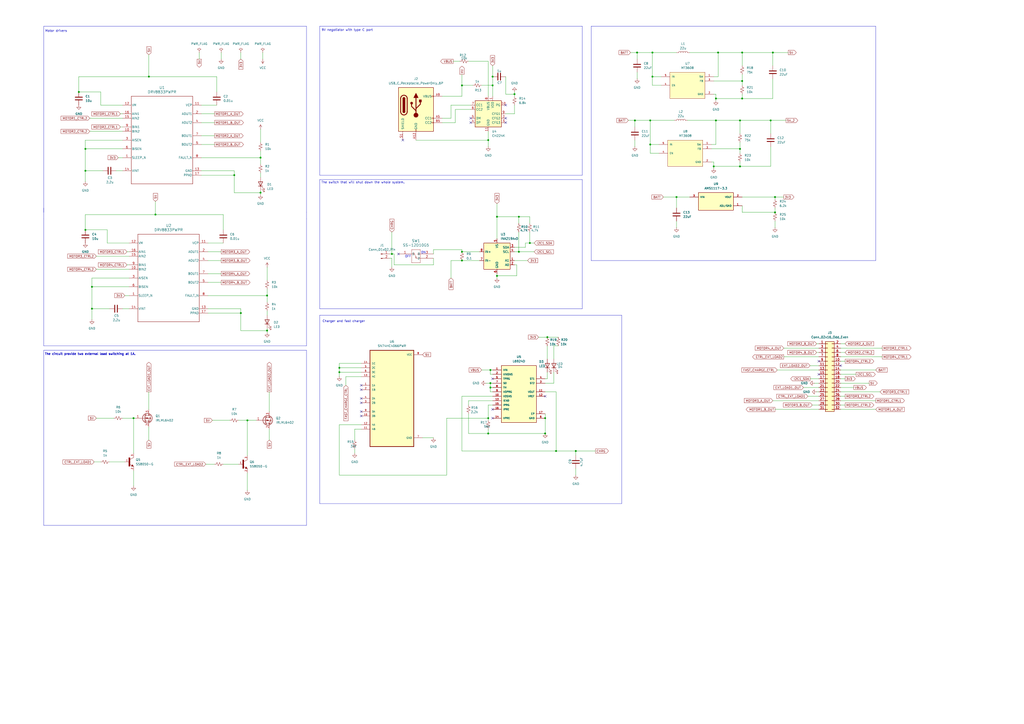
<source format=kicad_sch>
(kicad_sch (version 20250114) (generator "eeschema") (generator_version "9.0")
  (paper "A2")
  (text "The switch that will shut down the whole system." (at 210.566 105.918 0) (effects (font (size 1.27 1.27))))
  (text "Charger and fast charger" (at 199.39 186.436 0) (effects (font (size 1.27 1.27))))
  (text "The circuit provide two external load switching at 1A." (at 52.324 205.486 0) (effects (font (size 1.27 1.27) (thickness 0.254) (bold yes))))
  (text "ON\n" (at 245.618 146.558 0) (effects (font (size 1.27 1.27))))
  (text "Motor drivers" (at 32.512 18.034 0) (effects (font (size 1.27 1.27))))
  (text "9V negotiator with type C port" (at 201.422 17.526 0) (effects (font (size 1.27 1.27))))
  (text "OFF\n" (at 236.728 148.844 0) (effects (font (size 1.27 1.27))))
  (junction (at 307.34 140.97))
  (junction (at 196.85 213.36))
  (junction (at 414.02 96.52))
  (junction (at 53.34 179.07))
  (junction (at 415.29 57.15))
  (junction (at 283.21 81.28))
  (junction (at 377.19 69.85))
  (junction (at 151.13 91.44))
  (junction (at 430.53 57.15))
  (junction (at 377.19 83.82))
  (junction (at 449.58 114.3))
  (junction (at 154.94 171.45))
  (junction (at 45.72 53.34))
  (junction (at 416.56 30.48))
  (junction (at 139.7 181.61))
  (junction (at 227.33 147.32))
  (junction (at 429.26 96.52))
  (junction (at 298.45 54.61))
  (junction (at 284.48 214.63))
  (junction (at 369.57 30.48))
  (junction (at 429.26 69.85))
  (junction (at 368.3 69.85))
  (junction (at 378.46 30.48))
  (junction (at 316.23 251.46))
  (junction (at 283.21 251.46))
  (junction (at 392.43 114.3))
  (junction (at 86.36 44.45))
  (junction (at 267.97 151.13))
  (junction (at 53.34 166.37))
  (junction (at 90.17 124.46))
  (junction (at 448.31 30.48))
  (junction (at 77.47 242.57))
  (junction (at 334.01 261.62))
  (junction (at 267.97 49.53))
  (junction (at 322.58 261.62))
  (junction (at 154.94 191.77))
  (junction (at 196.85 215.9))
  (junction (at 285.75 49.53))
  (junction (at 143.51 243.84))
  (junction (at 430.53 30.48))
  (junction (at 415.29 69.85))
  (junction (at 288.29 160.02))
  (junction (at 49.53 133.35))
  (junction (at 283.21 242.57))
  (junction (at 447.04 69.85))
  (junction (at 449.58 123.19))
  (junction (at 300.99 125.73))
  (junction (at 284.48 222.25))
  (junction (at 49.53 99.06))
  (junction (at 430.53 46.99))
  (junction (at 429.26 86.36))
  (junction (at 316.23 242.57))
  (junction (at 135.89 101.6))
  (junction (at 317.5 195.58))
  (junction (at 49.53 86.36))
  (junction (at 300.99 146.05))
  (junction (at 378.46 44.45))
  (junction (at 288.29 125.73))
  (junction (at 285.75 44.45))
  (junction (at 151.13 111.76))
  (junction (at 284.48 224.79))
  (junction (at 267.97 146.05))
  (no_connect (at 209.55 226.06))
  (no_connect (at 273.05 68.58))
  (no_connect (at 293.37 68.58))
  (no_connect (at 209.55 233.68))
  (no_connect (at 293.37 60.96))
  (no_connect (at 285.75 219.71))
  (no_connect (at 316.23 229.87))
  (no_connect (at 233.68 81.28))
  (no_connect (at 209.55 231.14))
  (no_connect (at 285.75 242.57))
  (no_connect (at 474.98 217.17))
  (no_connect (at 231.14 147.32))
  (no_connect (at 285.75 237.49))
  (no_connect (at 487.68 212.09))
  (no_connect (at 209.55 241.3))
  (no_connect (at 209.55 238.76))
  (no_connect (at 209.55 223.52))
  (no_connect (at 293.37 71.12))
  (no_connect (at 474.98 209.55))
  (no_connect (at 273.05 71.12))
  (wire (pts (xy 226.06 147.32) (xy 227.33 147.32)))
  (wire (pts (xy 316.23 242.57) (xy 316.23 251.46)))
  (wire (pts (xy 152.4 30.48) (xy 152.4 34.29)))
  (wire (pts (xy 281.94 222.25) (xy 284.48 222.25)))
  (wire (pts (xy 449.58 115.57) (xy 449.58 114.3)))
  (wire (pts (xy 430.53 123.19) (xy 430.53 119.38)))
  (wire (pts (xy 299.72 153.67) (xy 299.72 160.02)))
  (wire (pts (xy 316.23 219.71) (xy 317.5 219.71)))
  (wire (pts (xy 86.36 44.45) (xy 45.72 44.45)))
  (wire (pts (xy 392.43 114.3) (xy 392.43 120.65)))
  (wire (pts (xy 412.75 83.82) (xy 415.29 83.82)))
  (wire (pts (xy 487.68 229.87) (xy 490.22 229.87)))
  (wire (pts (xy 228.6 147.32) (xy 227.33 147.32)))
  (polyline (pts (xy 25.4 200.66) (xy 177.8 200.66)))
  (polyline (pts (xy 25.4 127) (xy 25.4 200.66)))
  (polyline (pts (xy 342.9 15.24) (xy 508 15.24)))
  (wire (pts (xy 322.58 227.33) (xy 316.23 227.33)))
  (wire (pts (xy 45.72 53.34) (xy 58.42 53.34)))
  (wire (pts (xy 298.45 151.13) (xy 306.07 151.13)))
  (wire (pts (xy 129.54 124.46) (xy 90.17 124.46)))
  (wire (pts (xy 55.88 148.59) (xy 74.93 148.59)))
  (wire (pts (xy 209.55 210.82) (xy 196.85 210.82)))
  (wire (pts (xy 415.29 69.85) (xy 415.29 83.82)))
  (wire (pts (xy 251.46 147.32) (xy 251.46 144.78)))
  (wire (pts (xy 449.58 120.65) (xy 449.58 123.19)))
  (wire (pts (xy 267.97 146.05) (xy 278.13 146.05)))
  (wire (pts (xy 449.58 237.49) (xy 474.98 237.49)))
  (wire (pts (xy 128.27 30.48) (xy 128.27 34.29)))
  (wire (pts (xy 267.97 144.78) (xy 267.97 146.05)))
  (wire (pts (xy 77.47 242.57) (xy 77.47 262.89)))
  (wire (pts (xy 487.68 237.49) (xy 508 237.49)))
  (wire (pts (xy 490.22 234.95) (xy 487.68 234.95)))
  (wire (pts (xy 469.9 212.09) (xy 474.98 212.09)))
  (wire (pts (xy 271.78 234.95) (xy 271.78 232.41)))
  (wire (pts (xy 138.43 243.84) (xy 143.51 243.84)))
  (wire (pts (xy 200.66 218.44) (xy 200.66 223.52)))
  (polyline (pts (xy 185.42 182.88) (xy 185.42 292.1)))
  (wire (pts (xy 298.45 60.96) (xy 298.45 66.04)))
  (wire (pts (xy 143.51 274.32) (xy 143.51 284.48)))
  (wire (pts (xy 261.62 151.13) (xy 267.97 151.13)))
  (wire (pts (xy 120.65 179.07) (xy 139.7 179.07)))
  (wire (pts (xy 293.37 66.04) (xy 298.45 66.04)))
  (wire (pts (xy 298.45 146.05) (xy 300.99 146.05)))
  (wire (pts (xy 245.11 254) (xy 251.46 254)))
  (wire (pts (xy 139.7 181.61) (xy 139.7 191.77)))
  (wire (pts (xy 284.48 224.79) (xy 284.48 222.25)))
  (wire (pts (xy 487.68 214.63) (xy 508 214.63)))
  (wire (pts (xy 49.53 99.06) (xy 49.53 105.41)))
  (wire (pts (xy 378.46 44.45) (xy 378.46 49.53)))
  (wire (pts (xy 49.53 81.28) (xy 49.53 86.36)))
  (wire (pts (xy 69.85 66.04) (xy 71.12 66.04)))
  (wire (pts (xy 430.53 123.19) (xy 449.58 123.19)))
  (wire (pts (xy 63.5 267.97) (xy 72.39 267.97)))
  (wire (pts (xy 448.31 232.41) (xy 474.98 232.41)))
  (wire (pts (xy 285.75 224.79) (xy 284.48 224.79)))
  (wire (pts (xy 285.75 49.53) (xy 285.75 55.88)))
  (wire (pts (xy 90.17 116.84) (xy 90.17 124.46)))
  (wire (pts (xy 120.65 158.75) (xy 128.27 158.75)))
  (wire (pts (xy 430.53 114.3) (xy 449.58 114.3)))
  (wire (pts (xy 300.99 125.73) (xy 307.34 125.73)))
  (wire (pts (xy 448.31 45.72) (xy 448.31 57.15)))
  (wire (pts (xy 284.48 227.33) (xy 284.48 224.79)))
  (wire (pts (xy 261.62 68.58) (xy 261.62 60.96)))
  (wire (pts (xy 267.97 229.87) (xy 267.97 261.62)))
  (wire (pts (xy 271.78 232.41) (xy 285.75 232.41)))
  (polyline (pts (xy 25.4 203.2) (xy 177.8 203.2)))
  (wire (pts (xy 139.7 191.77) (xy 154.94 191.77)))
  (wire (pts (xy 228.6 153.67) (xy 228.6 147.32)))
  (wire (pts (xy 62.23 133.35) (xy 62.23 140.97)))
  (wire (pts (xy 334.01 261.62) (xy 334.01 264.16)))
  (wire (pts (xy 298.45 53.34) (xy 298.45 54.61)))
  (wire (pts (xy 116.84 99.06) (xy 135.89 99.06)))
  (wire (pts (xy 414.02 54.61) (xy 415.29 54.61)))
  (wire (pts (xy 267.97 43.18) (xy 267.97 49.53)))
  (wire (pts (xy 288.29 160.02) (xy 299.72 160.02)))
  (wire (pts (xy 77.47 273.05) (xy 77.47 281.94)))
  (wire (pts (xy 125.73 44.45) (xy 86.36 44.45)))
  (wire (pts (xy 49.53 124.46) (xy 49.53 133.35)))
  (wire (pts (xy 283.21 55.88) (xy 283.21 35.56)))
  (wire (pts (xy 261.62 60.96) (xy 273.05 60.96)))
  (wire (pts (xy 71.12 242.57) (xy 77.47 242.57)))
  (wire (pts (xy 74.93 161.29) (xy 53.34 161.29)))
  (wire (pts (xy 116.84 83.82) (xy 124.46 83.82)))
  (wire (pts (xy 454.66 114.3) (xy 449.58 114.3)))
  (wire (pts (xy 68.58 91.44) (xy 71.12 91.44)))
  (wire (pts (xy 279.4 49.53) (xy 285.75 49.53)))
  (wire (pts (xy 86.36 247.65) (xy 86.36 255.27)))
  (wire (pts (xy 430.53 46.99) (xy 430.53 43.18)))
  (wire (pts (xy 487.68 219.71) (xy 490.22 219.71)))
  (wire (pts (xy 125.73 53.34) (xy 125.73 44.45)))
  (wire (pts (xy 429.26 96.52) (xy 414.02 96.52)))
  (wire (pts (xy 377.19 69.85) (xy 391.16 69.85)))
  (polyline (pts (xy 25.4 203.2) (xy 25.4 304.8)))
  (polyline (pts (xy 360.68 182.88) (xy 360.68 292.1)))
  (wire (pts (xy 284.48 217.17) (xy 284.48 214.63)))
  (wire (pts (xy 267.97 49.53) (xy 267.97 55.88)))
  (wire (pts (xy 116.84 71.12) (xy 124.46 71.12)))
  (wire (pts (xy 288.29 158.75) (xy 288.29 160.02)))
  (polyline (pts (xy 177.8 200.66) (xy 177.8 127)))
  (wire (pts (xy 368.3 69.85) (xy 377.19 69.85)))
  (wire (pts (xy 450.85 214.63) (xy 474.98 214.63)))
  (wire (pts (xy 120.65 146.05) (xy 128.27 146.05)))
  (wire (pts (xy 430.53 30.48) (xy 448.31 30.48)))
  (wire (pts (xy 226.06 149.86) (xy 227.33 149.86)))
  (wire (pts (xy 271.78 35.56) (xy 283.21 35.56)))
  (wire (pts (xy 382.27 88.9) (xy 377.19 88.9)))
  (wire (pts (xy 54.61 267.97) (xy 58.42 267.97)))
  (wire (pts (xy 261.62 151.13) (xy 261.62 161.29)))
  (wire (pts (xy 49.53 86.36) (xy 71.12 86.36)))
  (wire (pts (xy 283.21 234.95) (xy 283.21 242.57)))
  (wire (pts (xy 378.46 30.48) (xy 392.43 30.48)))
  (wire (pts (xy 53.34 179.07) (xy 53.34 185.42)))
  (wire (pts (xy 369.57 30.48) (xy 378.46 30.48)))
  (wire (pts (xy 368.3 69.85) (xy 368.3 73.66)))
  (wire (pts (xy 205.74 260.35) (xy 205.74 262.89)))
  (wire (pts (xy 448.31 30.48) (xy 457.2 30.48)))
  (wire (pts (xy 316.23 240.03) (xy 316.23 242.57)))
  (wire (pts (xy 86.36 227.33) (xy 86.36 237.49)))
  (wire (pts (xy 284.48 214.63) (xy 285.75 214.63)))
  (wire (pts (xy 414.02 96.52) (xy 414.02 97.79)))
  (wire (pts (xy 285.75 229.87) (xy 267.97 229.87)))
  (wire (pts (xy 317.5 195.58) (xy 323.85 195.58)))
  (polyline (pts (xy 508 151.13) (xy 342.9 151.13)))
  (wire (pts (xy 55.88 156.21) (xy 74.93 156.21)))
  (wire (pts (xy 262.89 35.56) (xy 266.7 35.56)))
  (wire (pts (xy 472.44 222.25) (xy 474.98 222.25)))
  (wire (pts (xy 487.68 199.39) (xy 490.22 199.39)))
  (wire (pts (xy 466.09 224.79) (xy 474.98 224.79)))
  (wire (pts (xy 284.48 222.25) (xy 285.75 222.25)))
  (wire (pts (xy 151.13 87.63) (xy 151.13 91.44)))
  (wire (pts (xy 454.66 207.01) (xy 474.98 207.01)))
  (wire (pts (xy 285.75 38.1) (xy 285.75 44.45)))
  (wire (pts (xy 227.33 149.86) (xy 227.33 154.94)))
  (wire (pts (xy 53.34 161.29) (xy 53.34 166.37)))
  (wire (pts (xy 429.26 93.98) (xy 429.26 96.52)))
  (wire (pts (xy 288.29 125.73) (xy 300.99 125.73)))
  (wire (pts (xy 271.78 240.03) (xy 271.78 251.46)))
  (wire (pts (xy 135.89 99.06) (xy 135.89 101.6)))
  (wire (pts (xy 285.75 217.17) (xy 284.48 217.17)))
  (wire (pts (xy 288.29 160.02) (xy 288.29 161.29)))
  (polyline (pts (xy 360.68 292.1) (xy 185.42 292.1)))
  (wire (pts (xy 267.97 49.53) (xy 274.32 49.53)))
  (wire (pts (xy 429.26 69.85) (xy 447.04 69.85)))
  (wire (pts (xy 307.34 140.97) (xy 309.88 140.97)))
  (polyline (pts (xy 177.8 15.24) (xy 177.8 123.19)))
  (wire (pts (xy 487.68 217.17) (xy 496.57 217.17)))
  (wire (pts (xy 368.3 81.28) (xy 368.3 85.09)))
  (wire (pts (xy 256.54 55.88) (xy 267.97 55.88)))
  (wire (pts (xy 448.31 57.15) (xy 430.53 57.15)))
  (wire (pts (xy 151.13 110.49) (xy 151.13 111.76)))
  (wire (pts (xy 468.63 229.87) (xy 474.98 229.87)))
  (wire (pts (xy 119.38 269.24) (xy 124.46 269.24)))
  (wire (pts (xy 256.54 68.58) (xy 261.62 68.58)))
  (wire (pts (xy 487.68 207.01) (xy 511.81 207.01)))
  (wire (pts (xy 116.84 91.44) (xy 151.13 91.44)))
  (wire (pts (xy 151.13 74.93) (xy 151.13 82.55)))
  (wire (pts (xy 398.78 69.85) (xy 415.29 69.85)))
  (wire (pts (xy 116.84 101.6) (xy 135.89 101.6)))
  (wire (pts (xy 120.65 140.97) (xy 129.54 140.97)))
  (wire (pts (xy 283.21 242.57) (xy 283.21 243.84)))
  (wire (pts (xy 279.4 214.63) (xy 284.48 214.63)))
  (wire (pts (xy 271.78 251.46) (xy 283.21 251.46)))
  (wire (pts (xy 316.23 222.25) (xy 321.31 222.25)))
  (wire (pts (xy 321.31 200.66) (xy 323.85 200.66)))
  (wire (pts (xy 285.75 234.95) (xy 283.21 234.95)))
  (wire (pts (xy 72.39 171.45) (xy 74.93 171.45)))
  (wire (pts (xy 267.97 261.62) (xy 322.58 261.62)))
  (polyline (pts (xy 185.42 182.88) (xy 360.68 182.88)))
  (wire (pts (xy 241.3 81.28) (xy 283.21 81.28)))
  (wire (pts (xy 49.53 86.36) (xy 49.53 99.06)))
  (wire (pts (xy 416.56 30.48) (xy 416.56 44.45)))
  (wire (pts (xy 205.74 248.92) (xy 205.74 255.27)))
  (wire (pts (xy 267.97 151.13) (xy 278.13 151.13)))
  (wire (pts (xy 209.55 213.36) (xy 196.85 213.36)))
  (wire (pts (xy 487.68 224.79) (xy 495.3 224.79)))
  (wire (pts (xy 473.71 204.47) (xy 474.98 204.47)))
  (wire (pts (xy 120.65 171.45) (xy 154.94 171.45)))
  (wire (pts (xy 135.89 101.6) (xy 135.89 111.76)))
  (wire (pts (xy 283.21 76.2) (xy 283.21 81.28)))
  (wire (pts (xy 415.29 57.15) (xy 415.29 58.42)))
  (wire (pts (xy 69.85 73.66) (xy 71.12 73.66)))
  (wire (pts (xy 449.58 128.27) (xy 449.58 132.08)))
  (polyline (pts (xy 185.42 104.14) (xy 185.42 179.07)))
  (wire (pts (xy 196.85 213.36) (xy 196.85 215.9)))
  (wire (pts (xy 256.54 71.12) (xy 264.16 71.12)))
  (wire (pts (xy 414.02 46.99) (xy 430.53 46.99)))
  (wire (pts (xy 312.42 195.58) (xy 317.5 195.58)))
  (wire (pts (xy 74.93 140.97) (xy 62.23 140.97)))
  (wire (pts (xy 264.16 71.12) (xy 264.16 63.5)))
  (wire (pts (xy 139.7 179.07) (xy 139.7 181.61)))
  (wire (pts (xy 447.04 69.85) (xy 455.93 69.85)))
  (wire (pts (xy 382.27 83.82) (xy 377.19 83.82)))
  (wire (pts (xy 196.85 215.9) (xy 196.85 218.44)))
  (wire (pts (xy 129.54 133.35) (xy 129.54 124.46)))
  (wire (pts (xy 259.08 242.57) (xy 283.21 242.57)))
  (wire (pts (xy 116.84 66.04) (xy 124.46 66.04)))
  (wire (pts (xy 487.68 209.55) (xy 490.22 209.55)))
  (wire (pts (xy 154.94 180.34) (xy 154.94 182.88)))
  (wire (pts (xy 487.68 201.93) (xy 511.81 201.93)))
  (wire (pts (xy 52.07 68.58) (xy 71.12 68.58)))
  (wire (pts (xy 116.84 78.74) (xy 124.46 78.74)))
  (wire (pts (xy 73.66 153.67) (xy 74.93 153.67)))
  (wire (pts (xy 151.13 91.44) (xy 151.13 95.25)))
  (wire (pts (xy 209.55 215.9) (xy 196.85 215.9)))
  (wire (pts (xy 71.12 60.96) (xy 58.42 60.96)))
  (wire (pts (xy 71.12 179.07) (xy 74.93 179.07)))
  (wire (pts (xy 143.51 264.16) (xy 143.51 243.84)))
  (wire (pts (xy 151.13 111.76) (xy 151.13 113.03)))
  (wire (pts (xy 430.53 57.15) (xy 415.29 57.15)))
  (wire (pts (xy 120.65 163.83) (xy 128.27 163.83)))
  (wire (pts (xy 322.58 261.62) (xy 322.58 227.33)))
  (wire (pts (xy 392.43 128.27) (xy 392.43 132.08)))
  (wire (pts (xy 321.31 208.28) (xy 321.31 200.66)))
  (wire (pts (xy 377.19 83.82) (xy 377.19 88.9)))
  (wire (pts (xy 392.43 114.3) (xy 400.05 114.3)))
  (polyline (pts (xy 185.42 104.14) (xy 337.82 104.14)))
  (wire (pts (xy 55.88 242.57) (xy 66.04 242.57)))
  (wire (pts (xy 429.26 86.36) (xy 429.26 88.9)))
  (wire (pts (xy 196.85 210.82) (xy 196.85 213.36)))
  (wire (pts (xy 384.81 114.3) (xy 392.43 114.3)))
  (wire (pts (xy 156.21 248.92) (xy 156.21 255.27)))
  (wire (pts (xy 67.31 99.06) (xy 71.12 99.06)))
  (wire (pts (xy 120.65 151.13) (xy 128.27 151.13)))
  (wire (pts (xy 487.68 204.47) (xy 490.22 204.47)))
  (wire (pts (xy 447.04 85.09) (xy 447.04 96.52)))
  (wire (pts (xy 473.71 227.33) (xy 474.98 227.33)))
  (wire (pts (xy 283.21 251.46) (xy 316.23 251.46)))
  (wire (pts (xy 288.29 118.11) (xy 288.29 125.73)))
  (wire (pts (xy 154.94 167.64) (xy 154.94 171.45)))
  (wire (pts (xy 304.8 140.97) (xy 307.34 140.97)))
  (wire (pts (xy 307.34 134.62) (xy 307.34 140.97)))
  (wire (pts (xy 288.29 138.43) (xy 288.29 125.73)))
  (wire (pts (xy 209.55 246.38) (xy 196.85 246.38)))
  (wire (pts (xy 154.94 190.5) (xy 154.94 191.77)))
  (wire (pts (xy 430.53 30.48) (xy 430.53 38.1)))
  (polyline (pts (xy 337.82 179.07) (xy 185.42 179.07)))
  (wire (pts (xy 321.31 222.25) (xy 321.31 215.9)))
  (wire (pts (xy 151.13 100.33) (xy 151.13 102.87)))
  (wire (pts (xy 304.8 143.51) (xy 304.8 140.97)))
  (polyline (pts (xy 25.4 15.24) (xy 177.8 15.24)))
  (polyline (pts (xy 25.4 120.65) (xy 25.4 127)))
  (wire (pts (xy 300.99 134.62) (xy 300.99 146.05)))
  (wire (pts (xy 469.9 219.71) (xy 474.98 219.71)))
  (polyline (pts (xy 337.82 15.24) (xy 337.82 101.6)))
  (wire (pts (xy 400.05 30.48) (xy 416.56 30.48)))
  (wire (pts (xy 156.21 227.33) (xy 156.21 238.76)))
  (wire (pts (xy 307.34 125.73) (xy 307.34 129.54)))
  (wire (pts (xy 415.29 69.85) (xy 429.26 69.85)))
  (wire (pts (xy 285.75 44.45) (xy 285.75 49.53)))
  (wire (pts (xy 364.49 69.85) (xy 368.3 69.85)))
  (wire (pts (xy 334.01 261.62) (xy 345.44 261.62)))
  (wire (pts (xy 448.31 30.48) (xy 448.31 38.1)))
  (wire (pts (xy 285.75 227.33) (xy 284.48 227.33)))
  (wire (pts (xy 90.17 124.46) (xy 49.53 124.46)))
  (wire (pts (xy 454.66 201.93) (xy 474.98 201.93)))
  (wire (pts (xy 73.66 146.05) (xy 74.93 146.05)))
  (polyline (pts (xy 342.9 15.24) (xy 342.9 151.13)))
  (wire (pts (xy 383.54 44.45) (xy 378.46 44.45)))
  (wire (pts (xy 264.16 63.5) (xy 273.05 63.5)))
  (wire (pts (xy 414.02 93.98) (xy 414.02 96.52)))
  (wire (pts (xy 383.54 49.53) (xy 378.46 49.53)))
  (wire (pts (xy 471.17 234.95) (xy 474.98 234.95)))
  (wire (pts (xy 298.45 153.67) (xy 299.72 153.67)))
  (wire (pts (xy 135.89 111.76) (xy 151.13 111.76)))
  (wire (pts (xy 429.26 86.36) (xy 429.26 82.55)))
  (wire (pts (xy 59.69 99.06) (xy 49.53 99.06)))
  (polyline (pts (xy 185.42 15.24) (xy 337.82 15.24)))
  (wire (pts (xy 293.37 54.61) (xy 298.45 54.61)))
  (wire (pts (xy 487.68 222.25) (xy 504.19 222.25)))
  (wire (pts (xy 412.75 93.98) (xy 414.02 93.98)))
  (wire (pts (xy 259.08 275.59) (xy 259.08 242.57)))
  (wire (pts (xy 317.5 219.71) (xy 317.5 215.9)))
  (wire (pts (xy 154.94 171.45) (xy 154.94 175.26)))
  (wire (pts (xy 369.57 30.48) (xy 369.57 34.29)))
  (wire (pts (xy 71.12 81.28) (xy 49.53 81.28)))
  (wire (pts (xy 86.36 31.75) (xy 86.36 44.45)))
  (wire (pts (xy 429.26 69.85) (xy 429.26 77.47)))
  (wire (pts (xy 300.99 146.05) (xy 309.88 146.05)))
  (wire (pts (xy 447.04 96.52) (xy 429.26 96.52)))
  (wire (pts (xy 487.68 232.41) (xy 508 232.41)))
  (wire (pts (xy 415.29 54.61) (xy 415.29 57.15)))
  (wire (pts (xy 377.19 69.85) (xy 377.19 83.82)))
  (wire (pts (xy 416.56 30.48) (xy 430.53 30.48)))
  (wire (pts (xy 116.84 60.96) (xy 125.73 60.96)))
  (wire (pts (xy 473.71 199.39) (xy 474.98 199.39)))
  (wire (pts (xy 414.02 44.45) (xy 416.56 44.45)))
  (wire (pts (xy 115.57 30.48) (xy 115.57 34.29)))
  (wire (pts (xy 148.59 243.84) (xy 143.51 243.84)))
  (polyline (pts (xy 25.4 123.19) (xy 25.4 15.24)))
  (wire (pts (xy 196.85 275.59) (xy 259.08 275.59)))
  (wire (pts (xy 53.34 166.37) (xy 74.93 166.37)))
  (wire (pts (xy 447.04 69.85) (xy 447.04 77.47)))
  (wire (pts (xy 251.46 144.78) (xy 267.97 144.78)))
  (wire (pts (xy 58.42 53.34) (xy 58.42 60.96)))
  (wire (pts (xy 369.57 41.91) (xy 369.57 45.72)))
  (wire (pts (xy 334.01 271.78) (xy 334.01 275.59)))
  (wire (pts (xy 298.45 54.61) (xy 298.45 55.88)))
  (wire (pts (xy 251.46 149.86) (xy 251.46 153.67)))
  (wire (pts (xy 53.34 166.37) (xy 53.34 179.07)))
  (wire (pts (xy 45.72 44.45) (xy 45.72 53.34)))
  (wire (pts (xy 52.07 76.2) (xy 71.12 76.2)))
  (wire (pts (xy 154.94 154.94) (xy 154.94 162.56)))
  (wire (pts (xy 251.46 153.67) (xy 228.6 153.67)))
  (wire (pts (xy 322.58 261.62) (xy 334.01 261.62)))
  (polyline (pts (xy 337.82 101.6) (xy 185.42 101.6)))
  (wire (pts (xy 77.47 242.57) (xy 78.74 242.57)))
  (wire (pts (xy 129.54 269.24) (xy 138.43 269.24)))
  (polyline (pts (xy 337.82 104.14) (xy 337.82 179.07)))
  (polyline (pts (xy 177.8 203.2) (xy 177.8 304.8)))
  (wire (pts (xy 317.5 200.66) (xy 317.5 208.28)))
  (wire (pts (xy 123.19 243.84) (xy 133.35 243.84)))
  (polyline (pts (xy 177.8 123.19) (xy 177.8 127)))
  (wire (pts (xy 365.76 30.48) (xy 369.57 30.48)))
  (polyline (pts (xy 185.42 15.24) (xy 185.42 101.6)))
  (wire (pts (xy 120.65 181.61) (xy 139.7 181.61)))
  (wire (pts (xy 209.55 248.92) (xy 205.74 248.92)))
  (wire (pts (xy 209.55 218.44) (xy 200.66 218.44)))
  (wire (pts (xy 63.5 179.07) (xy 53.34 179.07)))
  (wire (pts (xy 487.68 227.33) (xy 510.54 227.33)))
  (wire (pts (xy 154.94 191.77) (xy 154.94 193.04)))
  (wire (pts (xy 293.37 44.45) (xy 293.37 54.61)))
  (wire (pts (xy 283.21 81.28) (xy 283.21 85.09)))
  (wire (pts (xy 430.53 54.61) (xy 430.53 57.15)))
  (wire (pts (xy 196.85 246.38) (xy 196.85 275.59)))
  (wire (pts (xy 227.33 134.62) (xy 227.33 147.32)))
  (wire (pts (xy 283.21 248.92) (xy 283.21 251.46)))
  (wire (pts (xy 298.45 143.51) (xy 304.8 143.51)))
  (wire (pts (xy 139.7 30.48) (xy 139.7 34.29)))
  (wire (pts (xy 300.99 125.73) (xy 300.99 129.54)))
  (polyline (pts (xy 508 15.24) (xy 508 151.13)))
  (wire (pts (xy 49.53 133.35) (xy 62.23 133.35)))
  (wire (pts (xy 412.75 86.36) (xy 429.26 86.36)))
  (polyline (pts (xy 177.8 304.8) (xy 25.4 304.8)))
  (wire (pts (xy 430.53 46.99) (xy 430.53 49.53)))
  (wire (pts (xy 378.46 30.48) (xy 378.46 44.45)))
  (global_label "MOTOR4_A_OUT" (shape input) (at 454.66 201.93 180) (property "Intersheetrefs" "${INTERSHEET_REFS}" (effects (hide yes))))
  (global_label "I2C1_SDA" (shape output) (at 469.9 219.71 180) (property "Intersheetrefs" "${INTERSHEET_REFS}" (effects (hide yes))))
  (global_label "3V3" (shape input) (at 285.75 38.1 90) (property "Intersheetrefs" "${INTERSHEET_REFS}" (effects (hide yes))))
  (global_label "VBUS" (shape input) (at 279.4 214.63 180) (property "Intersheetrefs" "${INTERSHEET_REFS}" (effects (hide yes))))
  (global_label "3V3" (shape input) (at 68.58 91.44 180) (property "Intersheetrefs" "${INTERSHEET_REFS}" (effects (hide yes))))
  (global_label "FAST_CHARGE_CTRL" (shape input) (at 450.85 214.63 180) (property "Intersheetrefs" "${INTERSHEET_REFS}" (effects (hide yes))))
  (global_label "MOTOR2_B_OUT" (shape input) (at 473.71 199.39 180) (property "Intersheetrefs" "${INTERSHEET_REFS}" (effects (hide yes))))
  (global_label "MOTOR3_CTRL2" (shape input) (at 55.88 148.59 180) (property "Intersheetrefs" "${INTERSHEET_REFS}" (effects (hide yes))))
  (global_label "MOTOR3_CTRL1" (shape input) (at 73.66 146.05 180) (property "Intersheetrefs" "${INTERSHEET_REFS}" (effects (hide yes))))
  (global_label "BATT" (shape input) (at 384.81 114.3 180) (property "Intersheetrefs" "${INTERSHEET_REFS}" (effects (hide yes))))
  (global_label "5V" (shape input) (at 90.17 116.84 90) (property "Intersheetrefs" "${INTERSHEET_REFS}" (effects (hide yes))))
  (global_label "MOTOR3_B_OUT" (shape input) (at 471.17 234.95 180) (property "Intersheetrefs" "${INTERSHEET_REFS}" (effects (hide yes))))
  (global_label "5V" (shape input) (at 86.36 255.27 270) (property "Intersheetrefs" "${INTERSHEET_REFS}" (effects (hide yes))))
  (global_label "5V" (shape input) (at 55.88 242.57 180) (property "Intersheetrefs" "${INTERSHEET_REFS}" (effects (hide yes))))
  (global_label "MOTOR1_CTRL2" (shape input) (at 52.07 68.58 180) (property "Intersheetrefs" "${INTERSHEET_REFS}" (effects (hide yes))))
  (global_label "5V" (shape output) (at 457.2 30.48 0) (property "Intersheetrefs" "${INTERSHEET_REFS}" (effects (hide yes))))
  (global_label "I2C1_SDA" (shape input) (at 309.88 140.97 0) (property "Intersheetrefs" "${INTERSHEET_REFS}" (effects (hide yes))))
  (global_label "CTRL_EXT_LOAD1" (shape input) (at 468.63 229.87 180) (property "Intersheetrefs" "${INTERSHEET_REFS}" (effects (hide yes))))
  (global_label "BATT" (shape input) (at 508 214.63 0) (property "Intersheetrefs" "${INTERSHEET_REFS}" (effects (hide yes))))
  (global_label "MOTOR3_CTRL2" (shape output) (at 490.22 229.87 0) (property "Intersheetrefs" "${INTERSHEET_REFS}" (effects (hide yes))))
  (global_label "5V" (shape input) (at 123.19 243.84 180) (property "Intersheetrefs" "${INTERSHEET_REFS}" (effects (hide yes))))
  (global_label "MOTOR3_CTRL1" (shape input) (at 510.54 227.33 0) (property "Intersheetrefs" "${INTERSHEET_REFS}" (effects (hide yes))))
  (global_label "MOTOR1_B_OUT" (shape output) (at 449.58 237.49 180) (property "Intersheetrefs" "${INTERSHEET_REFS}" (effects (hide yes))))
  (global_label "3V3" (shape input) (at 139.7 34.29 270) (property "Intersheetrefs" "${INTERSHEET_REFS}" (effects (hide yes))))
  (global_label "MOTOR3_B_OUT" (shape output) (at 128.27 151.13 0) (property "Intersheetrefs" "${INTERSHEET_REFS}" (effects (hide yes))))
  (global_label "MOTOR2_B_OUT" (shape output) (at 124.46 83.82 0) (property "Intersheetrefs" "${INTERSHEET_REFS}" (effects (hide yes))))
  (global_label "MOTOR2_CTRL2" (shape input) (at 490.22 204.47 0) (property "Intersheetrefs" "${INTERSHEET_REFS}" (effects (hide yes))))
  (global_label "BATT" (shape input) (at 364.49 69.85 180) (property "Intersheetrefs" "${INTERSHEET_REFS}" (effects (hide yes))))
  (global_label "EXT_LOAD1_OUT" (shape output) (at 86.36 227.33 90) (property "Intersheetrefs" "${INTERSHEET_REFS}" (effects (hide yes))))
  (global_label "3V3" (shape input) (at 288.29 118.11 90) (property "Intersheetrefs" "${INTERSHEET_REFS}" (effects (hide yes))))
  (global_label "CHRG" (shape output) (at 345.44 261.62 0) (property "Intersheetrefs" "${INTERSHEET_REFS}" (effects (hide yes))))
  (global_label "5V" (shape input) (at 156.21 255.27 270) (property "Intersheetrefs" "${INTERSHEET_REFS}" (effects (hide yes))))
  (global_label "MOTOR2_CTRL1" (shape output) (at 511.81 201.93 0) (property "Intersheetrefs" "${INTERSHEET_REFS}" (effects (hide yes))))
  (global_label "MOTOR2_A_OUT" (shape output) (at 124.46 78.74 0) (property "Intersheetrefs" "${INTERSHEET_REFS}" (effects (hide yes))))
  (global_label "I2C1_SCL" (shape input) (at 309.88 146.05 0) (property "Intersheetrefs" "${INTERSHEET_REFS}" (effects (hide yes))))
  (global_label "VBUS" (shape output) (at 262.89 35.56 180) (property "Intersheetrefs" "${INTERSHEET_REFS}" (effects (hide yes))))
  (global_label "MOTOR4_B_OUT" (shape input) (at 473.71 204.47 180) (property "Intersheetrefs" "${INTERSHEET_REFS}" (effects (hide yes))))
  (global_label "MOTOR1_CTRL2" (shape output) (at 490.22 234.95 0) (property "Intersheetrefs" "${INTERSHEET_REFS}" (effects (hide yes))))
  (global_label "MOTOR2_CTRL1" (shape input) (at 69.85 73.66 180) (property "Intersheetrefs" "${INTERSHEET_REFS}" (effects (hide yes))))
  (global_label "MOTOR1_CTRL1" (shape input) (at 69.85 66.04 180) (property "Intersheetrefs" "${INTERSHEET_REFS}" (effects (hide yes))))
  (global_label "EXT_LOAD2_OUT" (shape input) (at 469.9 212.09 180) (property "Intersheetrefs" "${INTERSHEET_REFS}" (effects (hide yes))))
  (global_label "MOTOR4_B_OUT" (shape output) (at 128.27 163.83 0) (property "Intersheetrefs" "${INTERSHEET_REFS}" (effects (hide yes))))
  (global_label "5V" (shape input) (at 245.11 205.74 0) (property "Intersheetrefs" "${INTERSHEET_REFS}" (effects (hide yes))))
  (global_label "CTRL_EXT_LOAD1" (shape input) (at 54.61 267.97 180) (property "Intersheetrefs" "${INTERSHEET_REFS}" (effects (hide yes))))
  (global_label "FAST_CHARGE_CTRL" (shape input) (at 200.66 223.52 270) (property "Intersheetrefs" "${INTERSHEET_REFS}" (effects (hide yes))))
  (global_label "HV" (shape output) (at 267.97 43.18 90) (property "Intersheetrefs" "${INTERSHEET_REFS}" (effects (hide yes))))
  (global_label "3V3" (shape input) (at 312.42 195.58 180) (property "Intersheetrefs" "${INTERSHEET_REFS}" (effects (hide yes))))
  (global_label "EXT_LOAD2_OUT" (shape output) (at 156.21 227.33 90) (property "Intersheetrefs" "${INTERSHEET_REFS}" (effects (hide yes))))
  (global_label "3V3" (shape input) (at 72.39 171.45 180) (property "Intersheetrefs" "${INTERSHEET_REFS}" (effects (hide yes))))
  (global_label "3V3" (shape output) (at 490.22 219.71 0) (property "Intersheetrefs" "${INTERSHEET_REFS}" (effects (hide yes))))
  (global_label "MOTOR3_A_OUT" (shape output) (at 128.27 146.05 0) (property "Intersheetrefs" "${INTERSHEET_REFS}" (effects (hide yes))))
  (global_label "MOTOR1_A_OUT" (shape output) (at 124.46 66.04 0) (property "Intersheetrefs" "${INTERSHEET_REFS}" (effects (hide yes))))
  (global_label "3V3" (shape output) (at 454.66 114.3 0) (property "Intersheetrefs" "${INTERSHEET_REFS}" (effects (hide yes))))
  (global_label "MOTOR2_CTRL2" (shape input) (at 52.07 76.2 180) (property "Intersheetrefs" "${INTERSHEET_REFS}" (effects (hide yes))))
  (global_label "3V3" (shape input) (at 306.07 151.13 0) (property "Intersheetrefs" "${INTERSHEET_REFS}" (effects (hide yes))))
  (global_label "VBUS" (shape output) (at 495.3 224.79 0) (property "Intersheetrefs" "${INTERSHEET_REFS}" (effects (hide yes))))
  (global_label "MOTOR3_A_OUT" (shape input) (at 448.31 232.41 180) (property "Intersheetrefs" "${INTERSHEET_REFS}" (effects (hide yes))))
  (global_label "I2C1_SCL" (shape output) (at 496.57 217.17 0) (property "Intersheetrefs" "${INTERSHEET_REFS}" (effects (hide yes))))
  (global_label "BATT" (shape input) (at 261.62 161.29 270) (property "Intersheetrefs" "${INTERSHEET_REFS}" (effects (hide yes))))
  (global_label "5V" (shape output) (at 115.57 34.29 270) (property "Intersheetrefs" "${INTERSHEET_REFS}" (effects (hide yes))))
  (global_label "MOTOR4_CTRL1" (shape output) (at 511.81 207.01 0) (property "Intersheetrefs" "${INTERSHEET_REFS}" (effects (hide yes))))
  (global_label "MOTOR2_A_OUT" (shape input) (at 490.22 199.39 0) (property "Intersheetrefs" "${INTERSHEET_REFS}" (effects (hide yes))))
  (global_label "MOTOR4_A_OUT" (shape output) (at 128.27 158.75 0) (property "Intersheetrefs" "${INTERSHEET_REFS}" (effects (hide yes))))
  (global_label "MOTOR4_CTRL1" (shape input) (at 73.66 153.67 180) (property "Intersheetrefs" "${INTERSHEET_REFS}" (effects (hide yes))))
  (global_label "MOTOR1_B_OUT" (shape output) (at 124.46 71.12 0) (property "Intersheetrefs" "${INTERSHEET_REFS}" (effects (hide yes))))
  (global_label "5V" (shape input) (at 86.36 31.75 90) (property "Intersheetrefs" "${INTERSHEET_REFS}" (effects (hide yes))))
  (global_label "MOTOR4_CTRL2" (shape output) (at 490.22 209.55 0) (property "Intersheetrefs" "${INTERSHEET_REFS}" (effects (hide yes))))
  (global_label "EXT_LOAD1_OUT" (shape input) (at 466.09 224.79 180) (property "Intersheetrefs" "${INTERSHEET_REFS}" (effects (hide yes))))
  (global_label "CHRG" (shape input) (at 227.33 134.62 90) (property "Intersheetrefs" "${INTERSHEET_REFS}" (effects (hide yes))))
  (global_label "CTRL_EXT_LOAD2" (shape input) (at 119.38 269.24 180) (property "Intersheetrefs" "${INTERSHEET_REFS}" (effects (hide yes))))
  (global_label "5V" (shape output) (at 504.19 222.25 0) (property "Intersheetrefs" "${INTERSHEET_REFS}" (effects (hide yes))))
  (global_label "MOTOR1_A_OUT" (shape input) (at 508 237.49 0) (property "Intersheetrefs" "${INTERSHEET_REFS}" (effects (hide yes))))
  (global_label "5V_2" (shape output) (at 455.93 69.85 0) (property "Intersheetrefs" "${INTERSHEET_REFS}" (effects (hide yes))))
  (global_label "CTRL_EXT_LOAD2" (shape output) (at 454.66 207.01 180) (property "Intersheetrefs" "${INTERSHEET_REFS}" (effects (hide yes))))
  (global_label "MOTOR4_CTRL2" (shape input) (at 55.88 156.21 180) (property "Intersheetrefs" "${INTERSHEET_REFS}" (effects (hide yes))))
  (global_label "MOTOR1_CTRL1" (shape output) (at 508 232.41 0) (property "Intersheetrefs" "${INTERSHEET_REFS}" (effects (hide yes))))
  (global_label "BATT" (shape input) (at 365.76 30.48 180) (property "Intersheetrefs" "${INTERSHEET_REFS}" (effects (hide yes))))
  (symbol (lib_id "power:VCC") (at 152.4 34.29 180) (unit 1)
    (property "Reference" "#PWR06" (effects (hide yes)))
    (property "Value" "VCC" (at 152.4 39.37 0))
    (property "Description" "Power symbol creates a global label with name \"VCC\"" (effects (hide yes)))
  )
  (symbol (lib_id "Device:R_Small_US") (at 449.58 118.11 0) (unit 1)
    (property "Reference" "R24" (at 452.12 116.8399 0) (effects (justify left)))
    (property "Value" "6.2k" (at 452.12 119.3799 0) (effects (justify left)))
    (property "Footprint" "Resistor_SMD:R_0603_1608Metric_Pad0.98x0.95mm_HandSolder" (effects (hide yes)))
    (property "Description" "Resistor, small US symbol" (effects (hide yes)))
    (property "LCSC" "C4260" (effects (hide yes)))
  )
  (symbol (lib_id "power:GND") (at 449.58 132.08 0) (unit 1)
    (property "Reference" "#PWR028" (effects (hide yes)))
    (property "Value" "GND" (at 449.58 137.16 0))
    (property "Description" "Power symbol creates a global label with name \"GND\" , ground" (effects (hide yes)))
  )
  (symbol (lib_id "Device:R_Small_US") (at 283.21 246.38 0) (unit 1)
    (property "Reference" "R17" (at 278.638 245.11 0) (effects (justify left)))
    (property "Value" "56k" (at 280.67 247.396 0) (effects (justify left)))
    (property "Footprint" "Resistor_SMD:R_0603_1608Metric_Pad0.98x0.95mm_HandSolder" (effects (hide yes)))
    (property "Description" "Resistor, small US symbol" (effects (hide yes)))
    (property "LCSC" "C23206" (effects (hide yes)))
  )
  (symbol (lib_id "Device:R_Small_US") (at 151.13 97.79 0) (unit 1)
    (property "Reference" "R2" (at 153.67 96.5199 0) (effects (justify left)))
    (property "Value" "1k" (at 153.67 99.0599 0) (effects (justify left)))
    (property "Footprint" "Resistor_SMD:R_0603_1608Metric_Pad0.98x0.95mm_HandSolder" (effects (hide yes)))
    (property "Description" "Resistor, small US symbol" (effects (hide yes)))
    (property "LCSC" "C21190" (effects (hide yes)))
  )
  (symbol (lib_id "MT3608:MT3608") (at 397.51 88.9 0) (unit 1)
    (property "Reference" "U8" (at 397.51 76.2 0))
    (property "Value" "MT3608" (at 397.51 78.74 0))
    (property "Footprint" "MT3608:SOT95P280X145-6N" (effects (hide yes)))
    (property "MF" "Aerosemi Technology Co., Ltd" (effects (hide yes)))
    (property "MAXIMUM_PACKAGE_HEIGHT" "1.45mm" (effects (hide yes)))
    (property "Package" "Package" (effects (hide yes)))
    (property "Price" "None" (effects (hide yes)))
    (property "Check_prices" "https://www.snapeda.com/parts/MT3608/Aerosemi+Technology+Co.%252C+Ltd/view-part/?ref=eda" (effects (hide yes)))
    (property "STANDARD" "IPC-7351B" (effects (hide yes)))
    (property "PARTREV" "1.0" (effects (hide yes)))
    (property "SnapEDA_Link" "https://www.snapeda.com/parts/MT3608/Aerosemi+Technology+Co.%252C+Ltd/view-part/?ref=snap" (effects (hide yes)))
    (property "MP" "MT3608" (effects (hide yes)))
    (property "Description_1" "High Efficiency 1.2MHz\n2A Step Up Converter" (effects (hide yes)))
    (property "Availability" "Not in stock" (effects (hide yes)))
    (property "MANUFACTURER" "Aero Semi" (effects (hide yes)))
  )
  (symbol (lib_id "Device:C") (at 448.31 41.91 0) (unit 1)
    (property "Reference" "C10" (at 452.12 40.6399 0) (effects (justify left)))
    (property "Value" "22uF" (at 452.12 43.1799 0) (effects (justify left)))
    (property "Footprint" "Capacitor_SMD:C_1206_3216Metric_Pad1.33x1.80mm_HandSolder" (effects (hide yes)))
    (property "Description" "Unpolarized capacitor" (effects (hide yes)))
    (property "LCSC" "C12891" (effects (hide yes)))
  )
  (symbol (lib_id "power:GND") (at 196.85 218.44 0) (unit 1)
    (property "Reference" "#PWR024" (effects (hide yes)))
    (property "Value" "GND" (at 196.85 223.52 0))
    (property "Description" "Power symbol creates a global label with name \"GND\" , ground" (effects (hide yes)))
  )
  (symbol (lib_id "Device:R_Small_US") (at 307.34 132.08 0) (unit 1)
    (property "Reference" "R11" (at 309.118 131.572 0) (effects (justify left)))
    (property "Value" "4.7k" (at 308.102 133.604 0) (effects (justify left)))
    (property "Footprint" "Resistor_SMD:R_0603_1608Metric_Pad0.98x0.95mm_HandSolder" (effects (hide yes)))
    (property "Description" "Resistor, small US symbol" (effects (hide yes)))
    (property "LCSC" "C23162" (effects (hide yes)))
  )
  (symbol (lib_id "power:GND") (at 77.47 281.94 0) (unit 1)
    (property "Reference" "#PWR011" (effects (hide yes)))
    (property "Value" "GND" (at 77.47 287.02 0))
    (property "Description" "Power symbol creates a global label with name \"GND\" , ground" (effects (hide yes)))
  )
  (symbol (lib_id "Device:C") (at 129.54 137.16 0) (unit 1)
    (property "Reference" "C6" (at 133.35 135.8899 0) (effects (justify left)))
    (property "Value" "0.01u" (at 133.35 138.4299 0) (effects (justify left)))
    (property "Footprint" "Capacitor_SMD:C_1206_3216Metric_Pad1.33x1.80mm_HandSolder" (effects (hide yes)))
    (property "Description" "Unpolarized capacitor" (effects (hide yes)))
    (property "LCSC" "C1846" (effects (hide yes)))
  )
  (symbol (lib_id "Device:R_Small_US") (at 60.96 267.97 90) (unit 1)
    (property "Reference" "R5" (at 60.96 261.62 90))
    (property "Value" "1k" (at 60.96 264.16 90))
    (property "Footprint" "Resistor_SMD:R_0603_1608Metric_Pad0.98x0.95mm_HandSolder" (effects (hide yes)))
    (property "Description" "Resistor, small US symbol" (effects (hide yes)))
    (property "LCSC" "C21190" (effects (hide yes)))
  )
  (symbol (lib_id "power:GND") (at 128.27 34.29 0) (unit 1)
    (property "Reference" "#PWR05" (effects (hide yes)))
    (property "Value" "GND" (at 128.27 39.37 0))
    (property "Description" "Power symbol creates a global label with name \"GND\" , ground" (effects (hide yes)))
  )
  (symbol (lib_id "SN74HC4066PWR:SN74HC4066PWR") (at 227.33 231.14 0) (unit 1)
    (property "Reference" "U6" (at 227.33 198.12 0))
    (property "Value" "SN74HC4066PWR" (at 227.33 200.66 0))
    (property "Footprint" "SN74HC4066PWR:SOP65P640X120-14N" (effects (hide yes)))
    (property "MF" "Texas Instruments" (effects (hide yes)))
    (property "Description_1" "5V, 1:1 (SPST), 4-channel analog switch" (effects (hide yes)))
    (property "Package" "TSSOP-14 Texas Instruments" (effects (hide yes)))
    (property "Price" "None" (effects (hide yes)))
    (property "SnapEDA_Link" "https://www.snapeda.com/parts/SN74HC4066PWR/Texas+Instruments/view-part/?ref=snap" (effects (hide yes)))
    (property "MP" "SN74HC4066PWR" (effects (hide yes)))
    (property "Availability" "In Stock" (effects (hide yes)))
    (property "Check_prices" "https://www.snapeda.com/parts/SN74HC4066PWR/Texas+Instruments/view-part/?ref=eda" (effects (hide yes)))
  )
  (symbol (lib_id "Device:C") (at 392.43 124.46 0) (unit 1)
    (property "Reference" "C13" (at 396.24 123.1899 0) (effects (justify left)))
    (property "Value" "22uF" (at 396.24 125.7299 0) (effects (justify left)))
    (property "Footprint" "Capacitor_SMD:C_1206_3216Metric_Pad1.33x1.80mm_HandSolder" (effects (hide yes)))
    (property "Description" "Unpolarized capacitor" (effects (hide yes)))
    (property "LCSC" "C12891" (effects (hide yes)))
  )
  (symbol (lib_id "Device:R_Small_US") (at 205.74 257.81 0) (unit 1)
    (property "Reference" "R15" (at 201.422 256.286 0) (effects (justify left)))
    (property "Value" "33k" (at 203.2 258.826 0) (effects (justify left)))
    (property "Footprint" "Resistor_SMD:R_0603_1608Metric_Pad0.98x0.95mm_HandSolder" (effects (hide yes)))
    (property "Description" "Resistor, small US symbol" (effects (hide yes)))
    (property "LCSC" "C4216" (effects (hide yes)))
  )
  (symbol (lib_id "MT3608:MT3608") (at 398.78 49.53 0) (unit 1)
    (property "Reference" "U7" (at 398.78 36.83 0))
    (property "Value" "MT3608" (at 398.78 39.37 0))
    (property "Footprint" "MT3608:SOT95P280X145-6N" (effects (hide yes)))
    (property "MF" "Aerosemi Technology Co., Ltd" (effects (hide yes)))
    (property "MAXIMUM_PACKAGE_HEIGHT" "1.45mm" (effects (hide yes)))
    (property "Package" "Package" (effects (hide yes)))
    (property "Price" "None" (effects (hide yes)))
    (property "Check_prices" "https://www.snapeda.com/parts/MT3608/Aerosemi+Technology+Co.%252C+Ltd/view-part/?ref=eda" (effects (hide yes)))
    (property "STANDARD" "IPC-7351B" (effects (hide yes)))
    (property "PARTREV" "1.0" (effects (hide yes)))
    (property "SnapEDA_Link" "https://www.snapeda.com/parts/MT3608/Aerosemi+Technology+Co.%252C+Ltd/view-part/?ref=snap" (effects (hide yes)))
    (property "MP" "MT3608" (effects (hide yes)))
    (property "Description_1" "High Efficiency 1.2MHz\n2A Step Up Converter" (effects (hide yes)))
    (property "Availability" "Not in stock" (effects (hide yes)))
    (property "MANUFACTURER" "Aero Semi" (effects (hide yes)))
  )
  (symbol (lib_id "Transistor_FET:IRLML6402") (at 153.67 243.84 0) (unit 1)
    (property "Reference" "Q2" (at 160.02 242.5699 0) (effects (justify left)))
    (property "Value" "IRLML6402" (at 160.02 245.1099 0) (effects (justify left)))
    (property "Footprint" "Package_TO_SOT_SMD:SOT-23" (effects (hide yes)))
    (property "Datasheet" "https://www.infineon.com/dgdl/irlml6402pbf.pdf?fileId=5546d462533600a401535668d5c2263c" (effects (hide yes)))
    (property "Description" "-3.7A Id, -20V Vds, 65mOhm Rds, P-Channel HEXFET Power MOSFET, SOT-23" (effects (hide yes)))
  )
  (symbol (lib_id "power:PWR_FLAG") (at 139.7 30.48 0) (unit 1)
    (property "Reference" "#FLG03" (effects (hide yes)))
    (property "Value" "PWR_FLAG" (at 139.7 25.4 0))
    (property "Description" "Special symbol for telling ERC where power comes from" (effects (hide yes)))
  )
  (symbol (lib_id "Device:R_Small_US") (at 154.94 165.1 0) (unit 1)
    (property "Reference" "R3" (at 157.48 163.8299 0) (effects (justify left)))
    (property "Value" "10k" (at 157.48 166.3699 0) (effects (justify left)))
    (property "Footprint" "Resistor_SMD:R_0603_1608Metric_Pad0.98x0.95mm_HandSolder" (effects (hide yes)))
    (property "Description" "Resistor, small US symbol" (effects (hide yes)))
    (property "LCSC" "C25804" (effects (hide yes)))
  )
  (symbol (lib_id "power:GND") (at 368.3 85.09 0) (unit 1)
    (property "Reference" "#PWR025" (effects (hide yes)))
    (property "Value" "GND" (at 368.3 90.17 0))
    (property "Description" "Power symbol creates a global label with name \"GND\" , ground" (effects (hide yes)))
  )
  (symbol (lib_id "Device:R_Small_US") (at 300.99 132.08 0) (unit 1)
    (property "Reference" "R10" (at 302.26 131.572 0) (effects (justify left)))
    (property "Value" "4.7K" (at 301.752 133.604 0) (effects (justify left)))
    (property "Footprint" "Resistor_SMD:R_0603_1608Metric_Pad0.98x0.95mm_HandSolder" (effects (hide yes)))
    (property "Description" "Resistor, small US symbol" (effects (hide yes)))
    (property "LCSC" "C23162" (effects (hide yes)))
  )
  (symbol (lib_id "SS8050-G:SS8050-G") (at 140.97 269.24 0) (unit 1)
    (property "Reference" "Q6" (at 144.78 267.9699 0) (effects (justify left)))
    (property "Value" "SS8050-G" (at 144.78 270.5099 0) (effects (justify left)))
    (property "Footprint" "SS8050-G:TRANS_SS8050-G" (effects (hide yes)))
    (property "MF" "Comchip Technology" (effects (hide yes)))
    (property "MAXIMUM_PACKAGE_HEIGHT" "1.05 mm" (effects (hide yes)))
    (property "Package" "TO-236 Comchip" (effects (hide yes)))
    (property "Price" "None" (effects (hide yes)))
    (property "Check_prices" "https://www.snapeda.com/parts/SS8050-G/Comchip/view-part/?ref=eda" (effects (hide yes)))
    (property "STANDARD" "Manufacturer Recommendations" (effects (hide yes)))
    (property "PARTREV" "A" (effects (hide yes)))
    (property "SnapEDA_Link" "https://www.snapeda.com/parts/SS8050-G/Comchip/view-part/?ref=snap" (effects (hide yes)))
    (property "MP" "SS8050-G" (effects (hide yes)))
    (property "Description_1" "Bipolar (BJT) Transistor NPN 25 V 1.5 A 100MHz 300 mW Surface Mount SOT-23-3" (effects (hide yes)))
    (property "Availability" "In Stock" (effects (hide yes)))
    (property "MANUFACTURER" "Comchip" (effects (hide yes)))
  )
  (symbol (lib_id "Device:C") (at 49.53 137.16 0) (unit 1)
    (property "Reference" "C4" (at 53.34 135.8899 0) (effects (justify left)))
    (property "Value" "10u" (at 53.34 138.4299 0) (effects (justify left)))
    (property "Footprint" "Capacitor_SMD:C_1206_3216Metric_Pad1.33x1.80mm_HandSolder" (effects (hide yes)))
    (property "Description" "Unpolarized capacitor" (effects (hide yes)))
    (property "LCSC" "C13585" (effects (hide yes)))
  )
  (symbol (lib_id "2025-03-26_19-09-32:DRV8833PWPR") (at 97.79 161.29 0) (unit 1)
    (property "Reference" "U2" (at 97.79 130.81 0) (effects (font (size 1.524 1.524))))
    (property "Value" "DRV8833PWPR" (at 97.79 133.35 0) (effects (font (size 1.524 1.524))))
    (property "Footprint" "footprints:PWP0016C_N" (effects (hide yes)))
    (property "Datasheet" "DRV8833PWPR" (effects (hide yes)))
  )
  (symbol (lib_id "power:VCC") (at 154.94 154.94 0) (unit 1)
    (property "Reference" "#PWR09" (effects (hide yes)))
    (property "Value" "VCC" (at 154.94 149.86 0))
    (property "Description" "Power symbol creates a global label with name \"VCC\"" (effects (hide yes)))
  )
  (symbol (lib_id "Device:R_Small_US") (at 429.26 91.44 0) (unit 1)
    (property "Reference" "R23" (at 431.8 90.1699 0) (effects (justify left)))
    (property "Value" "10k" (at 431.8 92.7099 0) (effects (justify left)))
    (property "Footprint" "Resistor_SMD:R_0201_0603Metric_Pad0.64x0.40mm_HandSolder" (effects (hide yes)))
    (property "Description" "Resistor, small US symbol" (effects (hide yes)))
    (property "LCSC" "C25804" (effects (hide yes)))
  )
  (symbol (lib_id "Device:C") (at 368.3 77.47 0) (unit 1)
    (property "Reference" "C11" (at 372.11 76.1999 0) (effects (justify left)))
    (property "Value" "22uF" (at 372.11 78.7399 0) (effects (justify left)))
    (property "Footprint" "Capacitor_SMD:C_1206_3216Metric_Pad1.33x1.80mm_HandSolder" (effects (hide yes)))
    (property "Description" "Unpolarized capacitor" (effects (hide yes)))
    (property "LCSC" "C12891" (effects (hide yes)))
  )
  (symbol (lib_id "Device:R_Small_US") (at 276.86 49.53 270) (unit 1)
    (property "Reference" "R13" (at 277.368 52.324 90))
    (property "Value" "1k" (at 276.86 47.244 90))
    (property "Footprint" "Resistor_SMD:R_0603_1608Metric_Pad0.98x0.95mm_HandSolder" (effects (hide yes)))
    (property "Description" "Resistor, small US symbol" (effects (hide yes)))
    (property "LCSC" "C21190" (effects (hide yes)))
  )
  (symbol (lib_id "Device:LED") (at 321.31 212.09 90) (unit 1)
    (property "Reference" "D4" (at 323.596 212.852 90) (effects (justify right)))
    (property "Value" "LED" (at 322.834 211.074 90) (effects (justify right)))
    (property "Footprint" "LED_SMD:LED_0603_1608Metric_Pad1.05x0.95mm_HandSolder" (effects (hide yes)))
    (property "Description" "Light emitting diode" (effects (hide yes)))
    (property "Sim.Pins" "1=K 2=A" (effects (hide yes)))
    (property "LCSC" "C2286" (effects (hide yes)))
  )
  (symbol (lib_id "power:GND") (at 392.43 132.08 0) (unit 1)
    (property "Reference" "#PWR027" (effects (hide yes)))
    (property "Value" "GND" (at 392.43 137.16 0))
    (property "Description" "Power symbol creates a global label with name \"GND\" , ground" (effects (hide yes)))
  )
  (symbol (lib_id "power:GND") (at 154.94 193.04 0) (unit 1)
    (property "Reference" "#PWR010" (effects (hide yes)))
    (property "Value" "GND" (at 154.94 198.12 0))
    (property "Description" "Power symbol creates a global label with name \"GND\" , ground" (effects (hide yes)))
  )
  (symbol (lib_id "Device:R_Small_US") (at 429.26 80.01 0) (unit 1)
    (property "Reference" "R22" (at 431.8 78.7399 0) (effects (justify left)))
    (property "Value" "75k" (at 431.8 81.2799 0) (effects (justify left)))
    (property "Footprint" "Resistor_SMD:R_0201_0603Metric_Pad0.64x0.40mm_HandSolder" (effects (hide yes)))
    (property "Description" "Resistor, small US symbol" (effects (hide yes)))
    (property "LCSC" "C23242" (effects (hide yes)))
  )
  (symbol (lib_id "Device:R_Small_US") (at 269.24 35.56 90) (unit 1)
    (property "Reference" "R12" (at 268.478 32.004 90))
    (property "Value" "10k" (at 269.24 33.782 90))
    (property "Footprint" "Resistor_SMD:R_0201_0603Metric_Pad0.64x0.40mm_HandSolder" (effects (hide yes)))
    (property "Description" "Resistor, small US symbol" (effects (hide yes)))
    (property "LCSC" "C25804" (effects (hide yes)))
  )
  (symbol (lib_id "Device:R_Small_US") (at 127 269.24 270) (unit 1)
    (property "Reference" "R8" (at 127 262.89 90))
    (property "Value" "1k" (at 127 265.43 90))
    (property "Footprint" "Resistor_SMD:R_0603_1608Metric_Pad0.98x0.95mm_HandSolder" (effects (hide yes)))
    (property "Description" "Resistor, small US symbol" (effects (hide yes)))
    (property "LCSC" "C21190" (effects (hide yes)))
  )
  (symbol (lib_id "power:GND") (at 45.72 60.96 0) (unit 1)
    (property "Reference" "#PWR03" (effects (hide yes)))
    (property "Value" "GND" (at 45.72 66.04 0))
    (property "Description" "Power symbol creates a global label with name \"GND\" , ground" (effects (hide yes)))
  )
  (symbol (lib_id "Device:R_Small_US") (at 449.58 125.73 0) (unit 1)
    (property "Reference" "R25" (at 452.12 124.4599 0) (effects (justify left)))
    (property "Value" "10k" (at 452.12 126.9999 0) (effects (justify left)))
    (property "Footprint" "Resistor_SMD:R_0201_0603Metric_Pad0.64x0.40mm_HandSolder" (effects (hide yes)))
    (property "Description" "Resistor, small US symbol" (effects (hide yes)))
    (property "LCSC" "C25804" (effects (hide yes)))
  )
  (symbol (lib_id "power:GND") (at 415.29 58.42 0) (unit 1)
    (property "Reference" "#PWR015" (effects (hide yes)))
    (property "Value" "GND" (at 415.29 63.5 0))
    (property "Description" "Power symbol creates a global label with name \"GND\" , ground" (effects (hide yes)))
  )
  (symbol (lib_id "Device:L") (at 394.97 69.85 90) (unit 1)
    (property "Reference" "L2" (at 394.97 64.77 90))
    (property "Value" "22u" (at 394.97 67.31 90))
    (property "Description" "Inductor" (effects (hide yes)))
  )
  (symbol (lib_id "Device:L") (at 396.24 30.48 90) (unit 1)
    (property "Reference" "L1" (at 396.24 25.4 90))
    (property "Value" "22u" (at 396.24 27.94 90))
    (property "Description" "Inductor" (effects (hide yes)))
  )
  (symbol (lib_id "Device:R_Small_US") (at 317.5 198.12 0) (unit 1)
    (property "Reference" "R19" (at 319.024 197.104 0) (effects (justify left)))
    (property "Value" "10k" (at 318.77 199.644 0) (effects (justify left)))
    (property "Footprint" "Resistor_SMD:R_0603_1608Metric_Pad0.98x0.95mm_HandSolder" (effects (hide yes)))
    (property "Description" "Resistor, small US symbol" (effects (hide yes)))
    (property "LCSC" "C25804" (effects (hide yes)))
  )
  (symbol (lib_id "SS8050-G:SS8050-G") (at 74.93 267.97 0) (unit 1)
    (property "Reference" "Q5" (at 78.74 266.6999 0) (effects (justify left)))
    (property "Value" "SS8050-G" (at 78.74 269.2399 0) (effects (justify left)))
    (property "Footprint" "SS8050-G:TRANS_SS8050-G" (effects (hide yes)))
    (property "MF" "Comchip Technology" (effects (hide yes)))
    (property "MAXIMUM_PACKAGE_HEIGHT" "1.05 mm" (effects (hide yes)))
    (property "Package" "TO-236 Comchip" (effects (hide yes)))
    (property "Price" "None" (effects (hide yes)))
    (property "Check_prices" "https://www.snapeda.com/parts/SS8050-G/Comchip/view-part/?ref=eda" (effects (hide yes)))
    (property "STANDARD" "Manufacturer Recommendations" (effects (hide yes)))
    (property "PARTREV" "A" (effects (hide yes)))
    (property "SnapEDA_Link" "https://www.snapeda.com/parts/SS8050-G/Comchip/view-part/?ref=snap" (effects (hide yes)))
    (property "MP" "SS8050-G" (effects (hide yes)))
    (property "Description_1" "Bipolar (BJT) Transistor NPN 25 V 1.5 A 100MHz 300 mW Surface Mount SOT-23-3" (effects (hide yes)))
    (property "Availability" "In Stock" (effects (hide yes)))
    (property "MANUFACTURER" "Comchip" (effects (hide yes)))
  )
  (symbol (lib_id "Device:LED") (at 154.94 186.69 90) (unit 1)
    (property "Reference" "D2" (at 158.75 187.0074 90) (effects (justify right)))
    (property "Value" "LED" (at 158.75 189.5474 90) (effects (justify right)))
    (property "Footprint" "LED_SMD:LED_0603_1608Metric_Pad1.05x0.95mm_HandSolder" (effects (hide yes)))
    (property "Description" "Light emitting diode" (effects (hide yes)))
    (property "Sim.Pins" "1=K 2=A" (effects (hide yes)))
    (property "LCSC" "C2286" (effects (hide yes)))
  )
  (symbol (lib_id "Device:R_Small_US") (at 430.53 40.64 0) (unit 1)
    (property "Reference" "R18" (at 433.07 39.3699 0) (effects (justify left)))
    (property "Value" "75k" (at 433.07 41.9099 0) (effects (justify left)))
    (property "Footprint" "Resistor_SMD:R_0201_0603Metric_Pad0.64x0.40mm_HandSolder" (effects (hide yes)))
    (property "Description" "Resistor, small US symbol" (effects (hide yes)))
    (property "LCSC" "C23242" (effects (hide yes)))
  )
  (symbol (lib_id "Device:R_Small_US") (at 135.89 243.84 90) (unit 1)
    (property "Reference" "R7" (at 135.89 237.49 90))
    (property "Value" "10k" (at 135.89 240.03 90))
    (property "Footprint" "Resistor_SMD:R_0603_1608Metric_Pad0.98x0.95mm_HandSolder" (effects (hide yes)))
    (property "Description" "Resistor, small US symbol" (effects (hide yes)))
    (property "LCSC" "C25804" (effects (hide yes)))
  )
  (symbol (lib_id "Device:C") (at 45.72 57.15 0) (unit 1)
    (property "Reference" "C1" (at 49.53 55.8799 0) (effects (justify left)))
    (property "Value" "10u" (at 49.53 58.4199 0) (effects (justify left)))
    (property "Footprint" "Capacitor_SMD:C_1206_3216Metric_Pad1.33x1.80mm_HandSolder" (effects (hide yes)))
    (property "Description" "Unpolarized capacitor" (effects (hide yes)))
    (property "LCSC" "C13585" (effects (hide yes)))
  )
  (symbol (lib_id "power:GND") (at 49.53 105.41 0) (unit 1)
    (property "Reference" "#PWR04" (effects (hide yes)))
    (property "Value" "GND" (at 49.53 110.49 0))
    (property "Description" "Power symbol creates a global label with name \"GND\" , ground" (effects (hide yes)))
  )
  (symbol (lib_id "power:PWR_FLAG") (at 115.57 30.48 0) (unit 1)
    (property "Reference" "#FLG01" (effects (hide yes)))
    (property "Value" "PWR_FLAG" (at 115.57 25.4 0))
    (property "Description" "Special symbol for telling ERC where power comes from" (effects (hide yes)))
  )
  (symbol (lib_id "Device:R_Small_US") (at 271.78 237.49 0) (unit 1)
    (property "Reference" "R16" (at 273.304 236.474 0) (effects (justify left)))
    (property "Value" "2.2k" (at 273.05 239.014 0) (effects (justify left)))
    (property "Footprint" "Resistor_SMD:R_0603_1608Metric_Pad0.98x0.95mm_HandSolder" (effects (hide yes)))
    (property "Description" "Resistor, small US symbol" (effects (hide yes)))
    (property "LCSC" "C4190" (effects (hide yes)))
  )
  (symbol (lib_id "power:GND") (at 316.23 251.46 0) (unit 1)
    (property "Reference" "#PWR018" (effects (hide yes)))
    (property "Value" "GND" (at 316.23 256.54 0))
    (property "Description" "Power symbol creates a global label with name \"GND\" , ground" (effects (hide yes)))
  )
  (symbol (lib_id "Sensor_Energy:INA219AxD") (at 288.29 148.59 0) (unit 1)
    (property "Reference" "U3" (at 290.4333 135.89 0) (effects (justify left)))
    (property "Value" "INA219AxD" (at 290.4333 138.43 0) (effects (justify left)))
    (property "Footprint" "Package_SO:SOIC-8_3.9x4.9mm_P1.27mm" (effects (hide yes)))
    (property "Datasheet" "http://www.ti.com/lit/ds/symlink/ina219.pdf" (effects (hide yes)))
    (property "Description" "Zero-Drift, Bidirectional Current/Power Monitor (0-26V) With I2C Interface, SOIC-8" (effects (hide yes)))
  )
  (symbol (lib_id "AMS1117-3.3:AMS1117-3.3") (at 415.29 116.84 0) (unit 1)
    (property "Reference" "U9" (at 415.29 106.68 0))
    (property "Value" "AMS1117-3.3" (at 415.29 109.22 0))
    (property "Footprint" "AMS1117-3.3:SOT229P700X180-4N" (effects (hide yes)))
    (property "DigiKey_Part_Number" "4518-AMS1117-3.3TR-ND" (effects (hide yes)))
    (property "SnapEDA_Link" "https://www.snapeda.com/parts/AMS1117-3.3/UMW/view-part/?ref=snap" (effects (hide yes)))
    (property "Description_1" "Linear Voltage Regulator IC Positive Fixed 1 Output 1A SOT-223-3L" (effects (hide yes)))
    (property "PACKAGE" "SOT-223 ams" (effects (hide yes)))
    (property "PRICE" "None" (effects (hide yes)))
    (property "Package" "SOT-223-3L UMW" (effects (hide yes)))
    (property "Check_prices" "https://www.snapeda.com/parts/AMS1117-3.3/UMW/view-part/?ref=eda" (effects (hide yes)))
    (property "STANDARD" "IPC-7351B" (effects (hide yes)))
    (property "PARTREV" "NA" (effects (hide yes)))
    (property "MF" "UMW" (effects (hide yes)))
    (property "MP" "AMS1117-3.3" (effects (hide yes)))
    (property "AVAILABILITY" "Unavailable" (effects (hide yes)))
    (property "MANUFACTURER" "Advanced Mololithic Systems" (effects (hide yes)))
  )
  (symbol (lib_id "power:GND") (at 473.71 227.33 270) (unit 1)
    (property "Reference" "#PWR030" (effects (hide yes)))
    (property "Value" "GND" (at 469.9 227.3299 90) (effects (justify right)))
    (property "Description" "Power symbol creates a global label with name \"GND\" , ground" (effects (hide yes)))
  )
  (symbol (lib_id "2025-03-26_19-09-32:DRV8833PWPR") (at 93.98 81.28 0) (unit 1)
    (property "Reference" "U1" (at 93.98 50.8 0) (effects (font (size 1.524 1.524))))
    (property "Value" "DRV8833PWPR" (at 93.98 53.34 0) (effects (font (size 1.524 1.524))))
    (property "Footprint" "footprints:PWP0016C_N" (effects (hide yes)))
    (property "Datasheet" "DRV8833PWPR" (effects (hide yes)))
  )
  (symbol (lib_id "Device:C") (at 334.01 267.97 180) (unit 1)
    (property "Reference" "C9" (at 330.708 267.716 90))
    (property "Value" "4.7uF" (at 337.312 267.97 90))
    (property "Footprint" "Capacitor_SMD:C_1206_3216Metric_Pad1.33x1.80mm_HandSolder" (effects (hide yes)))
    (property "Description" "Unpolarized capacitor" (effects (hide yes)))
    (property "LCSC" "C29823" (effects (hide yes)))
  )
  (symbol (lib_id "power:GND") (at 472.44 222.25 270) (unit 1)
    (property "Reference" "#PWR029" (effects (hide yes)))
    (property "Value" "GND" (at 468.63 222.2499 90) (effects (justify right)))
    (property "Description" "Power symbol creates a global label with name \"GND\" , ground" (effects (hide yes)))
  )
  (symbol (lib_id "power:GND") (at 334.01 275.59 0) (unit 1)
    (property "Reference" "#PWR022" (effects (hide yes)))
    (property "Value" "GND" (at 334.01 280.67 0))
    (property "Description" "Power symbol creates a global label with name \"GND\" , ground" (effects (hide yes)))
  )
  (symbol (lib_id "Device:R_Small_US") (at 68.58 242.57 90) (unit 1)
    (property "Reference" "R6" (at 68.58 236.22 90))
    (property "Value" "10k" (at 68.58 238.76 90))
    (property "Footprint" "Resistor_SMD:R_0603_1608Metric_Pad0.98x0.95mm_HandSolder" (effects (hide yes)))
    (property "Description" "Resistor, small US symbol" (effects (hide yes)))
    (property "LCSC" "C25804" (effects (hide yes)))
  )
  (symbol (lib_id "power:GND") (at 53.34 185.42 0) (unit 1)
    (property "Reference" "#PWR08" (effects (hide yes)))
    (property "Value" "GND" (at 53.34 190.5 0))
    (property "Description" "Power symbol creates a global label with name \"GND\" , ground" (effects (hide yes)))
  )
  (symbol (lib_id "2025-03-27_23-01-30:SS-12D10G5") (at 231.14 147.32 0) (unit 1)
    (property "Reference" "SW1" (at 241.3 139.7 0) (effects (font (size 1.524 1.524))))
    (property "Value" "SS-12D10G5" (at 241.3 142.24 0) (effects (font (size 1.524 1.524))))
    (property "Footprint" "SS-12D10G5_XKB" (effects (hide yes)))
    (property "Datasheet" "SS-12D10G5" (effects (hide yes)))
  )
  (symbol (lib_id "power:GND") (at 227.33 154.94 0) (unit 1)
    (property "Reference" "#PWR013" (effects (hide yes)))
    (property "Value" "GND" (at 227.33 160.02 0))
    (property "Description" "Power symbol creates a global label with name \"GND\" , ground" (effects (hide yes)))
  )
  (symbol (lib_id "power:GND") (at 251.46 254 0) (unit 1)
    (property "Reference" "#PWR023" (effects (hide yes)))
    (property "Value" "GND" (at 251.46 259.08 0))
    (property "Description" "Power symbol creates a global label with name \"GND\" , ground" (effects (hide yes)))
  )
  (symbol (lib_id "Device:R_Small_US") (at 154.94 177.8 0) (unit 1)
    (property "Reference" "R4" (at 157.48 176.5299 0) (effects (justify left)))
    (property "Value" "1k" (at 157.48 179.0699 0) (effects (justify left)))
    (property "Footprint" "Resistor_SMD:R_0603_1608Metric_Pad0.98x0.95mm_HandSolder" (effects (hide yes)))
    (property "Description" "Resistor, small US symbol" (effects (hide yes)))
    (property "LCSC" "C21190" (effects (hide yes)))
  )
  (symbol (lib_id "power:GND") (at 283.21 85.09 0) (unit 1)
    (property "Reference" "#PWR016" (effects (hide yes)))
    (property "Value" "GND" (at 283.21 90.17 0))
    (property "Description" "Power symbol creates a global label with name \"GND\" , ground" (effects (hide yes)))
  )
  (symbol (lib_id "power:GND") (at 151.13 113.03 0) (unit 1)
    (property "Reference" "#PWR01" (effects (hide yes)))
    (property "Value" "GND" (at 151.13 118.11 0))
    (property "Description" "Power symbol creates a global label with name \"GND\" , ground" (effects (hide yes)))
  )
  (symbol (lib_id "power:GND") (at 281.94 222.25 270) (unit 1)
    (property "Reference" "#PWR019" (effects (hide yes)))
    (property "Value" "GND" (at 278.13 222.2499 90) (effects (justify right)))
    (property "Description" "Power symbol creates a global label with name \"GND\" , ground" (effects (hide yes)))
  )
  (symbol (lib_id "Connector_Generic:Conn_02x16_Odd_Even") (at 480.06 217.17 0) (unit 1)
    (property "Reference" "J3" (at 481.33 193.04 0))
    (property "Value" "Conn_02x16_Odd_Even" (at 481.33 195.58 0))
    (property "Description" "Generic connector, double row, 02x16, odd/even pin numbering scheme (row 1 odd numbers, row 2 even numbers), script generated (kicad-library-utils/schlib/autogen/connector/)" (effects (hide yes)))
  )
  (symbol (lib_id "Transistor_FET:IRLML6402") (at 83.82 242.57 0) (unit 1)
    (property "Reference" "Q1" (at 90.17 241.2999 0) (effects (justify left)))
    (property "Value" "IRLML6402" (at 90.17 243.8399 0) (effects (justify left)))
    (property "Footprint" "Package_TO_SOT_SMD:SOT-23" (effects (hide yes)))
    (property "Datasheet" "https://www.infineon.com/dgdl/irlml6402pbf.pdf?fileId=5546d462533600a401535668d5c2263c" (effects (hide yes)))
    (property "Description" "-3.7A Id, -20V Vds, 65mOhm Rds, P-Channel HEXFET Power MOSFET, SOT-23" (effects (hide yes)))
  )
  (symbol (lib_id "Device:LED") (at 317.5 212.09 90) (unit 1)
    (property "Reference" "D3" (at 312.674 209.804 90) (effects (justify right)))
    (property "Value" "LED" (at 312.674 212.344 90) (effects (justify right)))
    (property "Footprint" "LED_SMD:LED_0603_1608Metric_Pad1.05x0.95mm_HandSolder" (effects (hide yes)))
    (property "Description" "Light emitting diode" (effects (hide yes)))
    (property "Sim.Pins" "1=K 2=A" (effects (hide yes)))
    (property "LCSC" "C2286" (effects (hide yes)))
  )
  (symbol (lib_id "Connector:USB_C_Receptacle_PowerOnly_6P") (at 241.3 63.5 0) (unit 1)
    (property "Reference" "J2" (at 241.3 45.72 0))
    (property "Value" "USB_C_Receptacle_PowerOnly_6P" (at 241.3 48.26 0))
    (property "Datasheet" "https://www.usb.org/sites/default/files/documents/usb_type-c.zip" (effects (hide yes)))
    (property "Description" "USB Power-Only 6P Type-C Receptacle connector" (effects (hide yes)))
  )
  (symbol (lib_id "Device:R_Small_US") (at 151.13 85.09 0) (unit 1)
    (property "Reference" "R1" (at 153.67 83.8199 0) (effects (justify left)))
    (property "Value" "10k" (at 153.67 86.3599 0) (effects (justify left)))
    (property "Footprint" "Resistor_SMD:R_0603_1608Metric_Pad0.98x0.95mm_HandSolder" (effects (hide yes)))
    (property "Description" "Resistor, small US symbol" (effects (hide yes)))
    (property "LCSC" "C25804" (effects (hide yes)))
  )
  (symbol (lib_id "power:GND") (at 49.53 140.97 0) (unit 1)
    (property "Reference" "#PWR07" (effects (hide yes)))
    (property "Value" "GND" (at 49.53 146.05 0))
    (property "Description" "Power symbol creates a global label with name \"GND\" , ground" (effects (hide yes)))
  )
  (symbol (lib_id "Device:C") (at 125.73 57.15 0) (unit 1)
    (property "Reference" "C2" (at 129.54 55.8799 0) (effects (justify left)))
    (property "Value" "0.01u" (at 129.54 58.4199 0) (effects (justify left)))
    (property "Footprint" "Capacitor_SMD:C_1206_3216Metric_Pad1.33x1.80mm_HandSolder" (effects (hide yes)))
    (property "Description" "Unpolarized capacitor" (effects (hide yes)))
    (property "LCSC" "C1846" (effects (hide yes)))
  )
  (symbol (lib_id "power:VCC") (at 151.13 74.93 0) (unit 1)
    (property "Reference" "#PWR02" (effects (hide yes)))
    (property "Value" "VCC" (at 151.13 69.85 0))
    (property "Description" "Power symbol creates a global label with name \"VCC\"" (effects (hide yes)))
  )
  (symbol (lib_id "power:GND") (at 369.57 45.72 0) (unit 1)
    (property "Reference" "#PWR020" (effects (hide yes)))
    (property "Value" "GND" (at 369.57 50.8 0))
    (property "Description" "Power symbol creates a global label with name \"GND\" , ground" (effects (hide yes)))
  )
  (symbol (lib_id "power:PWR_FLAG") (at 152.4 30.48 0) (unit 1)
    (property "Reference" "#FLG04" (effects (hide yes)))
    (property "Value" "PWR_FLAG" (at 152.4 25.4 0))
    (property "Description" "Special symbol for telling ERC where power comes from" (effects (hide yes)))
  )
  (symbol (lib_id "power:GND") (at 143.51 284.48 0) (unit 1)
    (property "Reference" "#PWR012" (effects (hide yes)))
    (property "Value" "GND" (at 143.51 289.56 0))
    (property "Description" "Power symbol creates a global label with name \"GND\" , ground" (effects (hide yes)))
  )
  (symbol (lib_id "Device:R_Small_US") (at 323.85 198.12 0) (unit 1)
    (property "Reference" "R20" (at 325.374 197.104 0) (effects (justify left)))
    (property "Value" "10k" (at 325.12 199.644 0) (effects (justify left)))
    (property "Footprint" "Resistor_SMD:R_0603_1608Metric_Pad0.98x0.95mm_HandSolder" (effects (hide yes)))
    (property "Description" "Resistor, small US symbol" (effects (hide yes)))
    (property "LCSC" "C25804" (effects (hide yes)))
  )
  (symbol (lib_id "Device:R_Small_US") (at 430.53 52.07 0) (unit 1)
    (property "Reference" "R21" (at 433.07 50.7999 0) (effects (justify left)))
    (property "Value" "10k" (at 433.07 53.3399 0) (effects (justify left)))
    (property "Footprint" "Resistor_SMD:R_0201_0603Metric_Pad0.64x0.40mm_HandSolder" (effects (hide yes)))
    (property "Description" "Resistor, small US symbol" (effects (hide yes)))
    (property "LCSC" "C25804" (effects (hide yes)))
  )
  (symbol (lib_id "Device:C") (at 447.04 81.28 0) (unit 1)
    (property "Reference" "C12" (at 450.85 80.0099 0) (effects (justify left)))
    (property "Value" "22uF" (at 450.85 82.5499 0) (effects (justify left)))
    (property "Footprint" "Capacitor_SMD:C_1206_3216Metric_Pad1.33x1.80mm_HandSolder" (effects (hide yes)))
    (property "Description" "Unpolarized capacitor" (effects (hide yes)))
    (property "LCSC" "C12891" (effects (hide yes)))
  )
  (symbol (lib_id "Device:C") (at 63.5 99.06 90) (unit 1)
    (property "Reference" "C3" (at 63.754 103.124 90))
    (property "Value" "2.2u" (at 63.754 105.664 90))
    (property "Footprint" "Capacitor_SMD:C_1206_3216Metric_Pad1.33x1.80mm_HandSolder" (effects (hide yes)))
    (property "Description" "Unpolarized capacitor" (effects (hide yes)))
    (property "LCSC" "C50254" (effects (hide yes)))
  )
  (symbol (lib_id "Device:R_Small_US") (at 298.45 58.42 0) (unit 1)
    (property "Reference" "R14" (at 300.99 57.1499 0) (effects (justify left)))
    (property "Value" "6.8k" (at 300.99 59.6899 0) (effects (justify left)))
    (property "Footprint" "Resistor_SMD:R_0603_1608Metric_Pad0.98x0.95mm_HandSolder" (effects (hide yes)))
    (property "Description" "Resistor, small US symbol" (effects (hide yes)))
    (property "LCSC" "C23212" (effects (hide yes)))
  )
  (symbol (lib_id "Device:LED") (at 151.13 106.68 90) (unit 1)
    (property "Reference" "D1" (at 154.94 106.9974 90) (effects (justify right)))
    (property "Value" "LED" (at 154.94 109.5374 90) (effects (justify right)))
    (property "Footprint" "LED_SMD:LED_0603_1608Metric_Pad1.05x0.95mm_HandSolder" (effects (hide yes)))
    (property "Description" "Light emitting diode" (effects (hide yes)))
    (property "Sim.Pins" "1=K 2=A" (effects (hide yes)))
    (property "LCSC" "C2286" (effects (hide yes)))
  )
  (symbol (lib_id "Device:C") (at 67.31 179.07 90) (unit 1)
    (property "Reference" "C5" (at 67.564 183.134 90))
    (property "Value" "2.2u" (at 67.564 185.674 90))
    (property "Footprint" "Capacitor_SMD:C_1206_3216Metric_Pad1.33x1.80mm_HandSolder" (effects (hide yes)))
    (property "Description" "Unpolarized capacitor" (effects (hide yes)))
    (property "LCSC" "C50254" (effects (hide yes)))
  )
  (symbol (lib_id "L6924D:L6924D") (at 300.99 227.33 0) (unit 1)
    (property "Reference" "U5" (at 300.99 207.01 0))
    (property "Value" "L6924D" (at 300.99 209.55 0))
    (property "Footprint" "L6924D:QFN50P300X300X100-17N" (effects (hide yes)))
    (property "MF" "STMicroelectronics" (effects (hide yes)))
    (property "Description_1" "Charger IC Lithium Ion/Polymer 16-VFQFPN (3x3)" (effects (hide yes)))
    (property "Package" "VFQFN-16 STMicroelectronics" (effects (hide yes)))
    (property "Price" "None" (effects (hide yes)))
    (property "Check_prices" "https://www.snapeda.com/parts/L6924D/STMicroelectronics/view-part/?ref=eda" (effects (hide yes)))
    (property "SnapEDA_Link" "https://www.snapeda.com/parts/L6924D/STMicroelectronics/view-part/?ref=snap" (effects (hide yes)))
    (property "MP" "L6924D" (effects (hide yes)))
    (property "Availability" "In Stock" (effects (hide yes)))
    (property "MANUFACTURER" "ST Microelectronics" (effects (hide yes)))
  )
  (symbol (lib_id "Connector:Conn_01x02_Pin") (at 220.98 147.32 0) (unit 1)
    (property "Reference" "J1" (at 221.615 142.24 0))
    (property "Value" "Conn_01x02_Pin" (at 221.615 144.78 0))
    (property "Description" "Generic connector, single row, 01x02, script generated" (effects (hide yes)))
  )
  (symbol (lib_id "Device:R_Small_US") (at 267.97 148.59 0) (unit 1)
    (property "Reference" "R9" (at 270.51 147.3199 0) (effects (justify left)))
    (property "Value" "0.1" (at 270.51 149.8599 0) (effects (justify left)))
    (property "Description" "Resistor, small US symbol" (effects (hide yes)))
  )
  (symbol (lib_id "power:GND") (at 414.02 97.79 0) (unit 1)
    (property "Reference" "#PWR026" (effects (hide yes)))
    (property "Value" "GND" (at 414.02 102.87 0))
    (property "Description" "Power symbol creates a global label with name \"GND\" , ground" (effects (hide yes)))
  )
  (symbol (lib_id "Device:C") (at 289.56 44.45 270) (unit 1)
    (property "Reference" "C7" (at 289.814 48.006 90))
    (property "Value" "1u" (at 289.56 41.148 90))
    (property "Footprint" "Capacitor_SMD:C_1206_3216Metric_Pad1.33x1.80mm_HandSolder" (effects (hide yes)))
    (property "Description" "Unpolarized capacitor" (effects (hide yes)))
    (property "LCSC" "C1848" (effects (hide yes)))
  )
  (symbol (lib_id "Device:C") (at 369.57 38.1 0) (unit 1)
    (property "Reference" "C8" (at 373.38 36.8299 0) (effects (justify left)))
    (property "Value" "22uF" (at 373.38 39.3699 0) (effects (justify left)))
    (property "Footprint" "Capacitor_SMD:C_1206_3216Metric_Pad1.33x1.80mm_HandSolder" (effects (hide yes)))
    (property "Description" "Unpolarized capacitor" (effects (hide yes)))
    (property "LCSC" "C12891" (effects (hide yes)))
  )
  (symbol (lib_id "Interface_USB:CH224K") (at 283.21 66.04 0) (unit 1)
    (property "Reference" "U4" (at 285.3533 76.2 0) (effects (justify left)))
    (property "Value" "CH224K" (at 285.3533 78.74 0) (effects (justify left)))
    (property "Footprint" "Package_SO:SSOP-10-1EP_3.9x4.9mm_P1mm_EP2.1x3.3mm" (effects (hide yes)))
    (property "Datasheet" "https://www.wch.cn/downloads/file/301.html" (effects (hide yes)))
    (property "Description" "100W USB Type-C PD3.0/2.0, BC1.2 Sink Controller, SSOP-10" (effects (hide yes)))
  )
  (symbol (lib_id "power:PWR_FLAG") (at 128.27 30.48 0) (unit 1)
    (property "Reference" "#FLG02" (effects (hide yes)))
    (property "Value" "PWR_FLAG" (at 128.27 25.4 0))
    (property "Description" "Special symbol for telling ERC where power comes from" (effects (hide yes)))
  )
  (symbol (lib_id "power:GND") (at 288.29 161.29 0) (unit 1)
    (property "Reference" "#PWR014" (effects (hide yes)))
    (property "Value" "GND" (at 288.29 166.37 0))
    (property "Description" "Power symbol creates a global label with name \"GND\" , ground" (effects (hide yes)))
  )
  (symbol (lib_id "power:GND") (at 298.45 53.34 180) (unit 1)
    (property "Reference" "#PWR017" (effects (hide yes)))
    (property "Value" "GND" (at 298.45 48.26 0))
    (property "Description" "Power symbol creates a global label with name \"GND\" , ground" (effects (hide yes)))
  )
  (symbol (lib_id "power:GND") (at 205.74 262.89 0) (unit 1)
    (property "Reference" "#PWR021" (effects (hide yes)))
    (property "Value" "GND" (at 205.74 267.97 0))
    (property "Description" "Power symbol creates a global label with name \"GND\" , ground" (effects (hide yes)))
  )
)
</source>
